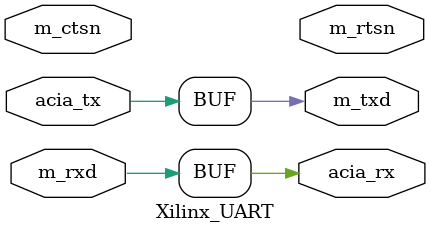
<source format=v>
`timescale 1ns / 1ps


module Xilinx_UART(
  (* X_INTERFACE_INFO = "xilinx.com:interface:uart:1.0 <interface_name> RxD" *)
  input m_rxd, // Serial Input (required)
  (* X_INTERFACE_INFO = "xilinx.com:interface:uart:1.0 <interface_name> TxD" *)
  output m_txd, // Serial Output (required)
  (* X_INTERFACE_INFO = "xilinx.com:interface:uart:1.0 <interface_name> RTSn" *)
  output m_rtsn, // Request to Send (optional)
  (* X_INTERFACE_INFO = "xilinx.com:interface:uart:1.0 <interface_name> CTSn" *)
  input m_ctsn, // Clear to Send (optional)
//  additional ports here
  input acia_tx,
  output acia_rx
  
);

//  user logic here
assign m_txd = acia_tx;
assign acia_rx = m_rxd;

endmodule

</source>
